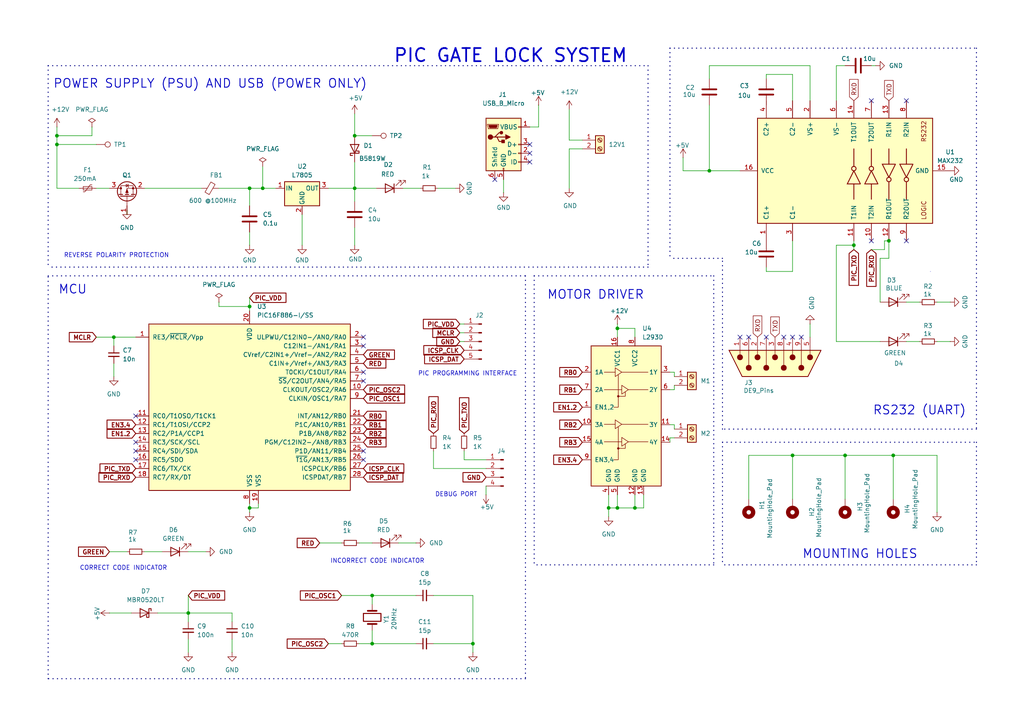
<source format=kicad_sch>
(kicad_sch (version 20250114) (generator "eeschema") (generator_version "9.0")
  (paper "A4")
  (title_block (title "PIC GATE LOCK SYSTEM") (date "2025-04-10") (rev "1.0") (company "https://github.com/tsokomalusi/"))
  (rectangle (start 207.01 159.385) (end 207.01 159.385))
  (rectangle (start 269.875 78.74) (end 269.875 78.74))
  (text "REVERSE POLARITY PROTECTION" (at 33.782 74.168 0) (effects (font (size 1.27 1.27))))
  (text "PIC PROGRAMMING INTERFACE" (at 135.636 108.458 0) (effects (font (size 1.27 1.27))))
  (text "MCU" (at 21.082 84.074 0) (effects (font (size 2.54 2.54) (thickness 0.254) (bold yes))))
  (text "DEBUG PORT" (at 132.334 143.51 0) (effects (font (size 1.27 1.27))))
  (text "RS232 (UART)" (at 266.7 119.126 0) (effects (font (size 2.54 2.54) (thickness 0.254) (bold yes))))
  (text "PIC GATE LOCK SYSTEM\n" (at 148.082 16.256 0) (effects (font (size 3.81 3.81) (thickness 0.508) (bold yes))))
  (text "MOTOR DRIVER " (at 173.736 85.598 0) (effects (font (size 2.54 2.54) (thickness 0.254) (bold yes))))
  (text "POWER SUPPLY (PSU) AND USB (POWER ONLY)" (at 60.96 24.384 0) (effects (font (size 2.54 2.54) (thickness 0.254) (bold yes))))
  (text "INCORRECT CODE INDICATOR" (at 109.474 162.814 0) (effects (font (size 1.27 1.27))))
  (text "MOUNTING HOLES" (at 249.428 160.782 0) (effects (font (size 2.54 2.54) (thickness 0.254) (bold yes))))
  (text "CORRECT CODE INDICATOR" (at 35.814 164.846 0) (effects (font (size 1.27 1.27))))
  (junction (at 16.51 39.37))
  (junction (at 102.87 54.61))
  (junction (at 245.11 132.08))
  (junction (at 205.74 49.53))
  (junction (at 107.95 172.72))
  (junction (at 259.08 132.08))
  (junction (at 102.87 39.37))
  (junction (at 176.53 147.32))
  (junction (at 107.95 186.69))
  (junction (at 257.81 69.85))
  (junction (at 54.61 177.8))
  (junction (at 179.07 95.25))
  (junction (at 16.51 41.91))
  (junction (at 247.65 71.12))
  (junction (at 76.2 54.61))
  (junction (at 137.16 186.69))
  (junction (at 72.39 88.9))
  (junction (at 72.39 54.61))
  (junction (at 33.02 97.79))
  (junction (at 184.15 147.32))
  (junction (at 229.87 132.08))
  (junction (at 179.07 147.32))
  (junction (at 72.39 147.32))
  (no_connect (at 232.41 97.79))
  (no_connect (at 229.87 97.79))
  (no_connect (at 105.41 133.35))
  (no_connect (at 214.63 97.79))
  (no_connect (at 262.89 69.85))
  (no_connect (at 153.67 44.45))
  (no_connect (at 227.33 97.79))
  (no_connect (at 217.17 97.79))
  (no_connect (at 105.41 100.33))
  (no_connect (at 105.41 97.79))
  (no_connect (at 143.51 52.07))
  (no_connect (at 39.37 130.81))
  (no_connect (at 252.73 69.85))
  (no_connect (at 153.67 41.91))
  (no_connect (at 153.67 46.99))
  (no_connect (at 105.41 110.49))
  (no_connect (at 222.25 97.79))
  (no_connect (at 39.37 128.27))
  (no_connect (at 39.37 120.65))
  (no_connect (at 105.41 107.95))
  (no_connect (at 105.41 130.81))
  (no_connect (at 39.37 133.35))
  (no_connect (at 262.89 29.21))
  (no_connect (at 252.73 29.21))
  (wire (pts (xy 195.58 127) (xy 194.31 127)))
  (wire (pts (xy 72.39 67.31) (xy 72.39 71.12)))
  (wire (pts (xy 205.74 19.05) (xy 234.95 19.05)))
  (wire (pts (xy 245.11 132.08) (xy 245.11 144.78)))
  (wire (pts (xy 16.51 41.91) (xy 16.51 54.61)))
  (wire (pts (xy 107.95 172.72) (xy 120.65 172.72)))
  (bus (pts (xy 283.21 163.83) (xy 209.55 163.83)) (stroke (width 0) (type dot)))
  (wire (pts (xy 195.58 113.03) (xy 195.58 111.76)))
  (wire (pts (xy 205.74 22.86) (xy 205.74 19.05)))
  (bus (pts (xy 209.55 124.46) (xy 209.55 74.93)) (stroke (width 0) (type dot)))
  (wire (pts (xy 165.1 40.64) (xy 168.91 40.64)))
  (wire (pts (xy 107.95 182.88) (xy 107.95 186.69)))
  (wire (pts (xy 234.95 93.98) (xy 234.95 97.79)))
  (bus (pts (xy 194.31 13.97) (xy 194.31 74.93)) (stroke (width 0) (type dot)))
  (bus (pts (xy 152.4 80.01) (xy 152.4 196.85)) (stroke (width 0) (type dot)))
  (wire (pts (xy 54.61 185.42) (xy 54.61 189.23)))
  (wire (pts (xy 137.16 186.69) (xy 137.16 189.23)))
  (wire (pts (xy 205.74 49.53) (xy 214.63 49.53)))
  (wire (pts (xy 63.5 54.61) (xy 72.39 54.61)))
  (wire (pts (xy 198.12 49.53) (xy 205.74 49.53)))
  (wire (pts (xy 242.57 71.12) (xy 247.65 71.12)))
  (wire (pts (xy 133.35 93.98) (xy 134.62 93.98)))
  (wire (pts (xy 67.31 185.42) (xy 67.31 189.23)))
  (wire (pts (xy 176.53 143.51) (xy 176.53 147.32)))
  (wire (pts (xy 99.06 172.72) (xy 107.95 172.72)))
  (wire (pts (xy 72.39 54.61) (xy 72.39 59.69)))
  (bus (pts (xy 207.01 163.83) (xy 154.94 163.83)) (stroke (width 0) (type dot)))
  (wire (pts (xy 222.25 21.59) (xy 229.87 21.59)))
  (wire (pts (xy 184.15 95.25) (xy 179.07 95.25)))
  (wire (pts (xy 255.27 74.93) (xy 255.27 87.63)))
  (wire (pts (xy 184.15 147.32) (xy 179.07 147.32)))
  (wire (pts (xy 104.14 157.48) (xy 107.95 157.48)))
  (wire (pts (xy 194.31 123.19) (xy 195.58 123.19)))
  (wire (pts (xy 87.63 62.23) (xy 87.63 71.12)))
  (wire (pts (xy 127 54.61) (xy 132.08 54.61)))
  (wire (pts (xy 107.95 172.72) (xy 107.95 175.26)))
  (wire (pts (xy 271.78 132.08) (xy 271.78 148.59)))
  (bus (pts (xy 187.96 77.47) (xy 13.97 77.47)) (stroke (width 0) (type dot)))
  (wire (pts (xy 179.07 93.98) (xy 179.07 95.25)))
  (bus (pts (xy 194.31 13.97) (xy 283.21 13.97)) (stroke (width 0) (type dot)))
  (wire (pts (xy 72.39 147.32) (xy 72.39 148.59)))
  (wire (pts (xy 194.31 127) (xy 194.31 128.27)))
  (wire (pts (xy 26.67 36.83) (xy 26.67 39.37)))
  (bus (pts (xy 154.94 80.01) (xy 154.94 163.83)) (stroke (width 0) (type dot)))
  (wire (pts (xy 102.87 46.99) (xy 102.87 54.61)))
  (wire (pts (xy 54.61 160.02) (xy 59.69 160.02)))
  (wire (pts (xy 271.78 87.63) (xy 275.59 87.63)))
  (wire (pts (xy 176.53 147.32) (xy 176.53 149.86)))
  (wire (pts (xy 33.02 105.41) (xy 33.02 109.22)))
  (bus (pts (xy 187.96 19.05) (xy 187.96 77.47)) (stroke (width 0) (type dot)))
  (wire (pts (xy 67.31 177.8) (xy 54.61 177.8)))
  (wire (pts (xy 229.87 132.08) (xy 245.11 132.08)))
  (wire (pts (xy 72.39 54.61) (xy 76.2 54.61)))
  (wire (pts (xy 234.95 29.21) (xy 234.95 19.05)))
  (wire (pts (xy 156.21 30.48) (xy 156.21 36.83)))
  (bus (pts (xy 283.21 128.27) (xy 283.21 163.83)) (stroke (width 0) (type dot)))
  (wire (pts (xy 74.93 147.32) (xy 72.39 147.32)))
  (wire (pts (xy 31.75 177.8) (xy 38.1 177.8)))
  (wire (pts (xy 140.97 143.51) (xy 140.97 140.97)))
  (wire (pts (xy 45.72 177.8) (xy 54.61 177.8)))
  (bus (pts (xy 283.21 13.97) (xy 283.21 124.46)) (stroke (width 0) (type dot)))
  (wire (pts (xy 257.81 74.93) (xy 255.27 74.93)))
  (wire (pts (xy 245.11 19.05) (xy 242.57 19.05)))
  (wire (pts (xy 125.73 130.81) (xy 125.73 135.89)))
  (wire (pts (xy 125.73 186.69) (xy 137.16 186.69)))
  (bus (pts (xy 13.97 80.01) (xy 152.4 80.01)) (stroke (width 0) (type dot)))
  (wire (pts (xy 257.81 69.85) (xy 257.81 74.93)))
  (wire (pts (xy 54.61 177.8) (xy 54.61 180.34)))
  (wire (pts (xy 229.87 78.74) (xy 229.87 69.85)))
  (bus (pts (xy 154.94 80.01) (xy 207.01 80.01)) (stroke (width 0) (type dot)))
  (wire (pts (xy 245.11 132.08) (xy 259.08 132.08)))
  (wire (pts (xy 27.94 54.61) (xy 31.75 54.61)))
  (wire (pts (xy 252.73 19.05) (xy 254 19.05)))
  (bus (pts (xy 209.55 74.93) (xy 194.31 74.93)) (stroke (width 0) (type dot)))
  (wire (pts (xy 262.89 87.63) (xy 266.7 87.63)))
  (wire (pts (xy 16.51 41.91) (xy 27.94 41.91)))
  (wire (pts (xy 222.25 30.48) (xy 222.25 29.21)))
  (wire (pts (xy 195.58 107.95) (xy 195.58 109.22)))
  (wire (pts (xy 125.73 172.72) (xy 137.16 172.72)))
  (wire (pts (xy 186.69 143.51) (xy 186.69 147.32)))
  (bus (pts (xy 13.97 196.85) (xy 13.97 80.01)) (stroke (width 0) (type dot)))
  (bus (pts (xy 209.55 128.27) (xy 283.21 128.27)) (stroke (width 0) (type dot)))
  (bus (pts (xy 283.21 124.46) (xy 209.55 124.46)) (stroke (width 0) (type dot)))
  (wire (pts (xy 107.95 186.69) (xy 120.65 186.69)))
  (wire (pts (xy 217.17 144.78) (xy 217.17 132.08)))
  (wire (pts (xy 195.58 123.19) (xy 195.58 124.46)))
  (wire (pts (xy 134.62 133.35) (xy 140.97 133.35)))
  (wire (pts (xy 256.54 72.39) (xy 256.54 69.85)))
  (wire (pts (xy 54.61 172.72) (xy 54.61 177.8)))
  (bus (pts (xy 152.4 196.85) (xy 13.97 196.85)) (stroke (width 0) (type dot)))
  (wire (pts (xy 72.39 146.05) (xy 72.39 147.32)))
  (wire (pts (xy 165.1 43.18) (xy 168.91 43.18)))
  (wire (pts (xy 247.65 71.12) (xy 247.65 69.85)))
  (wire (pts (xy 222.25 77.47) (xy 222.25 78.74)))
  (wire (pts (xy 252.73 72.39) (xy 256.54 72.39)))
  (wire (pts (xy 33.02 97.79) (xy 33.02 100.33)))
  (wire (pts (xy 133.35 96.52) (xy 134.62 96.52)))
  (wire (pts (xy 256.54 69.85) (xy 257.81 69.85)))
  (wire (pts (xy 99.06 186.69) (xy 95.25 186.69)))
  (wire (pts (xy 102.87 54.61) (xy 109.22 54.61)))
  (wire (pts (xy 229.87 132.08) (xy 229.87 144.78)))
  (wire (pts (xy 63.5 87.63) (xy 63.5 88.9)))
  (wire (pts (xy 115.57 157.48) (xy 120.65 157.48)))
  (wire (pts (xy 95.25 54.61) (xy 102.87 54.61)))
  (wire (pts (xy 146.05 52.07) (xy 146.05 55.88)))
  (bus (pts (xy 13.97 19.05) (xy 187.96 19.05)) (stroke (width 0) (type dot)))
  (wire (pts (xy 186.69 147.32) (xy 184.15 147.32)))
  (wire (pts (xy 92.71 157.48) (xy 99.06 157.48)))
  (wire (pts (xy 102.87 33.02) (xy 102.87 39.37)))
  (wire (pts (xy 125.73 135.89) (xy 140.97 135.89)))
  (wire (pts (xy 179.07 147.32) (xy 176.53 147.32)))
  (wire (pts (xy 242.57 99.06) (xy 242.57 71.12)))
  (wire (pts (xy 36.83 60.96) (xy 36.83 62.23)))
  (wire (pts (xy 222.25 22.86) (xy 222.25 21.59)))
  (wire (pts (xy 217.17 132.08) (xy 229.87 132.08)))
  (wire (pts (xy 153.67 36.83) (xy 156.21 36.83)))
  (wire (pts (xy 242.57 19.05) (xy 242.57 29.21)))
  (wire (pts (xy 165.1 31.75) (xy 165.1 40.64)))
  (wire (pts (xy 76.2 54.61) (xy 80.01 54.61)))
  (wire (pts (xy 27.94 97.79) (xy 33.02 97.79)))
  (wire (pts (xy 255.27 99.06) (xy 242.57 99.06)))
  (wire (pts (xy 271.78 99.06) (xy 275.59 99.06)))
  (wire (pts (xy 137.16 172.72) (xy 137.16 186.69)))
  (wire (pts (xy 102.87 66.04) (xy 102.87 71.12)))
  (wire (pts (xy 259.08 132.08) (xy 259.08 144.78)))
  (wire (pts (xy 102.87 54.61) (xy 102.87 58.42)))
  (wire (pts (xy 229.87 21.59) (xy 229.87 29.21)))
  (bus (pts (xy 13.97 19.05) (xy 13.97 77.47)) (stroke (width 0) (type dot)))
  (wire (pts (xy 184.15 143.51) (xy 184.15 147.32)))
  (wire (pts (xy 31.75 160.02) (xy 36.83 160.02)))
  (wire (pts (xy 198.12 45.72) (xy 198.12 49.53)))
  (wire (pts (xy 262.89 99.06) (xy 266.7 99.06)))
  (wire (pts (xy 74.93 146.05) (xy 74.93 147.32)))
  (wire (pts (xy 179.07 95.25) (xy 179.07 97.79)))
  (wire (pts (xy 67.31 180.34) (xy 67.31 177.8)))
  (wire (pts (xy 33.02 97.79) (xy 39.37 97.79)))
  (wire (pts (xy 205.74 30.48) (xy 205.74 49.53)))
  (wire (pts (xy 194.31 107.95) (xy 195.58 107.95)))
  (wire (pts (xy 247.65 72.39) (xy 247.65 71.12)))
  (wire (pts (xy 72.39 88.9) (xy 72.39 90.17)))
  (wire (pts (xy 259.08 132.08) (xy 271.78 132.08)))
  (wire (pts (xy 41.91 160.02) (xy 46.99 160.02)))
  (wire (pts (xy 134.62 130.81) (xy 134.62 133.35)))
  (wire (pts (xy 76.2 48.26) (xy 76.2 54.61)))
  (wire (pts (xy 165.1 54.61) (xy 165.1 43.18)))
  (wire (pts (xy 133.35 99.06) (xy 134.62 99.06)))
  (wire (pts (xy 104.14 186.69) (xy 107.95 186.69)))
  (wire (pts (xy 222.25 78.74) (xy 229.87 78.74)))
  (bus (pts (xy 209.55 128.27) (xy 209.55 163.83)) (stroke (width 0) (type dot)))
  (wire (pts (xy 194.31 113.03) (xy 195.58 113.03)))
  (bus (pts (xy 207.01 80.01) (xy 207.01 163.83)) (stroke (width 0) (type dot)))
  (wire (pts (xy 16.51 36.83) (xy 16.51 39.37)))
  (wire (pts (xy 184.15 97.79) (xy 184.15 95.25)))
  (wire (pts (xy 16.51 54.61) (xy 22.86 54.61)))
  (wire (pts (xy 41.91 54.61) (xy 58.42 54.61)))
  (wire (pts (xy 16.51 39.37) (xy 16.51 41.91)))
  (wire (pts (xy 116.84 54.61) (xy 121.92 54.61)))
  (wire (pts (xy 26.67 39.37) (xy 16.51 39.37)))
  (wire (pts (xy 179.07 143.51) (xy 179.07 147.32)))
  (wire (pts (xy 63.5 88.9) (xy 72.39 88.9)))
  (wire (pts (xy 72.39 86.36) (xy 72.39 88.9)))
  (wire (pts (xy 102.87 39.37) (xy 107.95 39.37)))
  (global_label "RB3" (shape input) (at 168.91 128.27 180) (effects (font (thickness 0.254) (bold yes))) (property "Intersheetrefs" "${INTERSHEET_REFS}" (effects (hide yes))))
  (global_label "PIC_VDD" (shape input) (at 72.39 86.36 0) (effects (font (thickness 0.254) (bold yes))) (property "Intersheetrefs" "${INTERSHEET_REFS}" (effects (hide yes))))
  (global_label "EN1.2" (shape input) (at 168.91 118.11 180) (effects (font (thickness 0.254) (bold yes))) (property "Intersheetrefs" "${INTERSHEET_REFS}" (effects (hide yes))))
  (global_label "EN3.4" (shape input) (at 168.91 133.35 180) (effects (font (thickness 0.254) (bold yes))) (property "Intersheetrefs" "${INTERSHEET_REFS}" (effects (hide yes))))
  (global_label "PIC_TXD" (shape input) (at 134.62 125.73 90) (effects (font (thickness 0.254) (bold yes))) (property "Intersheetrefs" "${INTERSHEET_REFS}" (effects (hide yes))))
  (global_label "RED" (shape input) (at 92.71 157.48 180) (effects (font (thickness 0.254) (bold yes))) (property "Intersheetrefs" "${INTERSHEET_REFS}" (effects (hide yes))))
  (global_label "PIC_VDD" (shape input) (at 133.35 93.98 180) (effects (font (thickness 0.254) (bold yes))) (property "Intersheetrefs" "${INTERSHEET_REFS}" (effects (hide yes))))
  (global_label "GREEN" (shape input) (at 31.75 160.02 180) (effects (font (thickness 0.254) (bold yes))) (property "Intersheetrefs" "${INTERSHEET_REFS}" (effects (hide yes))))
  (global_label "MCLR" (shape input) (at 27.94 97.79 180) (effects (font (thickness 0.254) (bold yes))) (property "Intersheetrefs" "${INTERSHEET_REFS}" (effects (hide yes))))
  (global_label "EN3.4" (shape input) (at 39.37 123.19 180) (effects (font (thickness 0.254) (bold yes))) (property "Intersheetrefs" "${INTERSHEET_REFS}" (effects (hide yes))))
  (global_label "MCLR" (shape input) (at 133.35 96.52 180) (effects (font (thickness 0.254) (bold yes))) (property "Intersheetrefs" "${INTERSHEET_REFS}" (effects (hide yes))))
  (global_label "RB0" (shape input) (at 105.41 120.65 0) (effects (font (thickness 0.254) (bold yes))) (property "Intersheetrefs" "${INTERSHEET_REFS}" (effects (hide yes))))
  (global_label "PIC_OSC1" (shape input) (at 99.06 172.72 180) (effects (font (thickness 0.254) (bold yes))) (property "Intersheetrefs" "${INTERSHEET_REFS}" (effects (hide yes))))
  (global_label "GND" (shape input) (at 140.97 138.43 180) (effects (font (thickness 0.254) (bold yes))) (property "Intersheetrefs" "${INTERSHEET_REFS}" (effects (hide yes))))
  (global_label "GND" (shape input) (at 133.35 99.06 180) (effects (font (thickness 0.254) (bold yes))) (property "Intersheetrefs" "${INTERSHEET_REFS}" (effects (hide yes))))
  (global_label "PIC_TXD" (shape input) (at 247.65 72.39 270) (effects (font (thickness 0.254) (bold yes))) (property "Intersheetrefs" "${INTERSHEET_REFS}" (effects (hide yes))))
  (global_label "PIC_RXD" (shape input) (at 39.37 138.43 180) (effects (font (thickness 0.254) (bold yes))) (property "Intersheetrefs" "${INTERSHEET_REFS}" (effects (hide yes))))
  (global_label "RB2" (shape input) (at 168.91 123.19 180) (effects (font (thickness 0.254) (bold yes))) (property "Intersheetrefs" "${INTERSHEET_REFS}" (effects (hide yes))))
  (global_label "GREEN" (shape input) (at 105.41 102.87 0) (effects (font (thickness 0.254) (bold yes))) (property "Intersheetrefs" "${INTERSHEET_REFS}" (effects (hide yes))))
  (global_label "RXD" (shape input) (at 247.65 29.21 90) (property "Intersheetrefs" "${INTERSHEET_REFS}" (effects (hide yes))))
  (global_label "PIC_OSC1" (shape input) (at 105.41 115.57 0) (effects (font (thickness 0.254) (bold yes))) (property "Intersheetrefs" "${INTERSHEET_REFS}" (effects (hide yes))))
  (global_label "PIC_TXD" (shape input) (at 39.37 135.89 180) (effects (font (thickness 0.254) (bold yes))) (property "Intersheetrefs" "${INTERSHEET_REFS}" (effects (hide yes))))
  (global_label "RXD" (shape input) (at 219.71 97.79 90) (property "Intersheetrefs" "${INTERSHEET_REFS}" (effects (hide yes))))
  (global_label "PIC_VDD" (shape input) (at 54.61 172.72 0) (effects (font (thickness 0.254) (bold yes))) (property "Intersheetrefs" "${INTERSHEET_REFS}" (effects (hide yes))))
  (global_label "PIC_OSC2" (shape input) (at 105.41 113.03 0) (effects (font (thickness 0.254) (bold yes))) (property "Intersheetrefs" "${INTERSHEET_REFS}" (effects (hide yes))))
  (global_label "PIC_RXD" (shape input) (at 125.73 125.73 90) (effects (font (thickness 0.254) (bold yes))) (property "Intersheetrefs" "${INTERSHEET_REFS}" (effects (hide yes))))
  (global_label "RB1" (shape input) (at 168.91 113.03 180) (effects (font (thickness 0.254) (bold yes))) (property "Intersheetrefs" "${INTERSHEET_REFS}" (effects (hide yes))))
  (global_label "TXD" (shape input) (at 257.81 29.21 90) (property "Intersheetrefs" "${INTERSHEET_REFS}" (effects (hide yes))))
  (global_label "ICSP_DAT" (shape input) (at 105.41 138.43 0) (effects (font (thickness 0.254) (bold yes))) (property "Intersheetrefs" "${INTERSHEET_REFS}" (effects (hide yes))))
  (global_label "PIC_OSC2" (shape input) (at 95.25 186.69 180) (effects (font (thickness 0.254) (bold yes))) (property "Intersheetrefs" "${INTERSHEET_REFS}" (effects (hide yes))))
  (global_label "RED" (shape input) (at 105.41 105.41 0) (effects (font (thickness 0.254) (bold yes))) (property "Intersheetrefs" "${INTERSHEET_REFS}" (effects (hide yes))))
  (global_label "ICSP_DAT" (shape input) (at 134.62 104.14 180) (effects (font (thickness 0.254) (bold yes))) (property "Intersheetrefs" "${INTERSHEET_REFS}" (effects (hide yes))))
  (global_label "RB1" (shape input) (at 105.41 123.19 0) (effects (font (thickness 0.254) (bold yes))) (property "Intersheetrefs" "${INTERSHEET_REFS}" (effects (hide yes))))
  (global_label "RB2" (shape input) (at 105.41 125.73 0) (effects (font (thickness 0.254) (bold yes))) (property "Intersheetrefs" "${INTERSHEET_REFS}" (effects (hide yes))))
  (global_label "PIC_RXD" (shape input) (at 252.73 72.39 270) (effects (font (thickness 0.254) (bold yes))) (property "Intersheetrefs" "${INTERSHEET_REFS}" (effects (hide yes))))
  (global_label "RB3" (shape input) (at 105.41 128.27 0) (effects (font (thickness 0.254) (bold yes))) (property "Intersheetrefs" "${INTERSHEET_REFS}" (effects (hide yes))))
  (global_label "TXD" (shape input) (at 224.79 97.79 90) (property "Intersheetrefs" "${INTERSHEET_REFS}" (effects (hide yes))))
  (global_label "ICSP_CLK" (shape input) (at 105.41 135.89 0) (effects (font (thickness 0.254) (bold yes))) (property "Intersheetrefs" "${INTERSHEET_REFS}" (effects (hide yes))))
  (global_label "EN1.2" (shape input) (at 39.37 125.73 180) (effects (font (thickness 0.254) (bold yes))) (property "Intersheetrefs" "${INTERSHEET_REFS}" (effects (hide yes))))
  (global_label "RB0" (shape input) (at 168.91 107.95 180) (effects (font (thickness 0.254) (bold yes))) (property "Intersheetrefs" "${INTERSHEET_REFS}" (effects (hide yes))))
  (global_label "ICSP_CLK" (shape input) (at 134.62 101.6 180) (effects (font (thickness 0.254) (bold yes))) (property "Intersheetrefs" "${INTERSHEET_REFS}" (effects (hide yes))))
  (symbol (lib_id "Device:LED") (at 259.08 99.06 180) (unit 1)
    (property "Reference" "D4" (at 260.6675 105.41 0))
    (property "Value" "GREEN" (at 259.588 102.362 0))
    (property "Footprint" "LED_SMD:LED_0603_1608Metric" (effects (hide yes)))
    (property "Description" "Light emitting diode" (effects (hide yes)))
    (property "Sim.Pins" "1=K 2=A" (effects (hide yes)))
  )
  (symbol (lib_id "Mechanical:MountingHole_Pad") (at 229.87 147.32 180) (unit 1) (exclude_from_sim yes) (in_bom no)
    (property "Reference" "H2" (at 235.458 149.86 90) (effects (justify right)))
    (property "Value" "MountingHole_Pad" (at 237.49 155.956 90) (effects (justify right)))
    (property "Footprint" "MountingHole:MountingHole_4.3mm_M4_Pad_Via" (effects (hide yes)))
    (property "Description" "Mounting Hole with connection" (effects (hide yes)))
  )
  (symbol (lib_id "Device:C") (at 248.92 19.05 90) (unit 1)
    (property "Reference" "C1" (at 245.364 17.018 90))
    (property "Value" "10u" (at 252.222 17.018 90))
    (property "Footprint" "Capacitor_SMD:C_0603_1608Metric" (effects (hide yes)))
    (property "Description" "Unpolarized capacitor" (effects (hide yes)))
  )
  (symbol (lib_id "Device:C_Small") (at 54.61 182.88 0) (unit 1)
    (property "Reference" "C9" (at 57.15 181.6162 0) (effects (justify left)))
    (property "Value" "100n" (at 57.15 184.1562 0) (effects (justify left)))
    (property "Footprint" "Capacitor_SMD:C_0402_1005Metric" (effects (hide yes)))
    (property "Description" "Unpolarized capacitor, small symbol" (effects (hide yes)))
  )
  (symbol (lib_id "power:GND") (at 275.59 49.53 90) (unit 1)
    (property "Reference" "#PWR07" (effects (hide yes)))
    (property "Value" "GND" (at 275.336 52.07 90) (effects (justify right)))
    (property "Description" "Power symbol creates a global label with name \"GND\" , ground" (effects (hide yes)))
  )
  (symbol (lib_id "Device:C_Small") (at 123.19 172.72 90) (unit 1)
    (property "Reference" "C8" (at 123.1963 166.37 90))
    (property "Value" "15p" (at 123.1963 168.91 90))
    (property "Footprint" "Capacitor_SMD:C_0402_1005Metric" (effects (hide yes)))
    (property "Description" "Unpolarized capacitor, small symbol" (effects (hide yes)))
  )
  (symbol (lib_id "power:GND") (at 132.08 54.61 90) (unit 1)
    (property "Reference" "#PWR08" (effects (hide yes)))
    (property "Value" "GND" (at 136.144 54.61 0))
    (property "Description" "Power symbol creates a global label with name \"GND\" , ground" (effects (hide yes)))
  )
  (symbol (lib_id "power:+12V") (at 16.51 36.83 0) (unit 1)
    (property "Reference" "#PWR04" (effects (hide yes)))
    (property "Value" "+12V" (at 17.526 31.75 0))
    (property "Description" "Power symbol creates a global label with name \"+12V\"" (effects (hide yes)))
  )
  (symbol (lib_id "power:GND") (at 254 19.05 90) (unit 1)
    (property "Reference" "#PWR01" (effects (hide yes)))
    (property "Value" "GND" (at 257.81 19.0499 90) (effects (justify right)))
    (property "Description" "Power symbol creates a global label with name \"GND\" , ground" (effects (hide yes)))
  )
  (symbol (lib_id "Device:R_Small") (at 269.24 99.06 90) (unit 1)
    (property "Reference" "R3" (at 270.51 94.488 90) (effects (justify left)))
    (property "Value" "1k" (at 270.256 96.774 90) (effects (justify left)))
    (property "Footprint" "Resistor_SMD:R_0402_1005Metric" (effects (hide yes)))
    (property "Description" "Resistor, small symbol" (effects (hide yes)))
  )
  (symbol (lib_id "Mechanical:MountingHole_Pad") (at 245.11 147.32 180) (unit 1) (exclude_from_sim yes) (in_bom no)
    (property "Reference" "H3" (at 249.428 148.336 90) (effects (justify right)))
    (property "Value" "MountingHole_Pad" (at 251.46 154.686 90) (effects (justify right)))
    (property "Footprint" "MountingHole:MountingHole_4.3mm_M4_Pad_Via" (effects (hide yes)))
    (property "Description" "Mounting Hole with connection" (effects (hide yes)))
  )
  (symbol (lib_id "Device:LED") (at 111.76 157.48 180) (unit 1)
    (property "Reference" "D5" (at 111.252 151.13 0))
    (property "Value" "RED" (at 111.252 153.67 0))
    (property "Footprint" "LED_SMD:LED_0603_1608Metric" (effects (hide yes)))
    (property "Description" "Light emitting diode" (effects (hide yes)))
    (property "Sim.Pins" "1=K 2=A" (effects (hide yes)))
  )
  (symbol (lib_id "power:GND") (at 36.83 60.96 0) (unit 1)
    (property "Reference" "#PWR011" (effects (hide yes)))
    (property "Value" "GND" (at 36.83 66.04 0))
    (property "Description" "Power symbol creates a global label with name \"GND\" , ground" (effects (hide yes)))
  )
  (symbol (lib_id "Device:R_Small") (at 101.6 157.48 90) (unit 1)
    (property "Reference" "R6" (at 102.108 151.892 90) (effects (justify left)))
    (property "Value" "1k" (at 101.854 153.924 90) (effects (justify left)))
    (property "Footprint" "Resistor_SMD:R_0402_1005Metric" (effects (hide yes)))
    (property "Description" "Resistor, small symbol" (effects (hide yes)))
  )
  (symbol (lib_id "power:+12V") (at 165.1 31.75 0) (unit 1)
    (property "Reference" "#PWR03" (effects (hide yes)))
    (property "Value" "+12V" (at 165.1 26.67 0))
    (property "Description" "Power symbol creates a global label with name \"+12V\"" (effects (hide yes)))
  )
  (symbol (lib_id "power:+5V") (at 198.12 45.72 0) (unit 1)
    (property "Reference" "#PWR06" (effects (hide yes)))
    (property "Value" "+5V" (at 197.866 42.164 0))
    (property "Description" "Power symbol creates a global label with name \"+5V\"" (effects (hide yes)))
  )
  (symbol (lib_id "Mechanical:MountingHole_Pad") (at 217.17 147.32 180) (unit 1) (exclude_from_sim yes) (in_bom no)
    (property "Reference" "H1" (at 220.98 147.828 90) (effects (justify right)))
    (property "Value" "MountingHole_Pad" (at 223.266 156.21 90) (effects (justify right)))
    (property "Footprint" "MountingHole:MountingHole_4.3mm_M4_Pad_Via" (effects (hide yes)))
    (property "Description" "Mounting Hole with connection" (effects (hide yes)))
  )
  (symbol (lib_id "power:GND") (at 33.02 109.22 0) (unit 1)
    (property "Reference" "#PWR019" (effects (hide yes)))
    (property "Value" "GND" (at 33.02 114.3 0))
    (property "Description" "Power symbol creates a global label with name \"GND\" , ground" (effects (hide yes)))
  )
  (symbol (lib_id "power:+5V") (at 31.75 177.8 90) (unit 1)
    (property "Reference" "#PWR026" (effects (hide yes)))
    (property "Value" "+5V" (at 28.194 178.054 0))
    (property "Description" "Power symbol creates a global label with name \"+5V\"" (effects (hide yes)))
  )
  (symbol (lib_id "Device:Polyfuse_Small") (at 25.4 54.61 90) (unit 1)
    (property "Reference" "F1" (at 25.4 49.276 90))
    (property "Value" "250mA" (at 27.94 51.816 90) (effects (justify left)))
    (property "Footprint" "Fuse:Fuse_1206_3216Metric" (effects (hide yes)))
    (property "Description" "Resettable fuse, polymeric positive temperature coefficient, small symbol" (effects (hide yes)))
  )
  (symbol (lib_id "power:+12V") (at 179.07 93.98 0) (unit 1)
    (property "Reference" "#PWR016" (effects (hide yes)))
    (property "Value" "+12V" (at 179.578 90.17 0))
    (property "Description" "Power symbol creates a global label with name \"+12V\"" (effects (hide yes)))
  )
  (symbol (lib_id "Device:R_Small") (at 124.46 54.61 90) (unit 1)
    (property "Reference" "R1" (at 125.222 48.514 90) (effects (justify left)))
    (property "Value" "1k" (at 124.714 51.054 90) (effects (justify left)))
    (property "Footprint" "Resistor_SMD:R_0402_1005Metric" (effects (hide yes)))
    (property "Description" "Resistor, small symbol" (effects (hide yes)))
  )
  (symbol (lib_id "Device:C_Small") (at 67.31 182.88 0) (unit 1)
    (property "Reference" "C10" (at 69.85 181.6162 0) (effects (justify left)))
    (property "Value" "10n" (at 69.85 184.1562 0) (effects (justify left)))
    (property "Footprint" "Capacitor_SMD:C_0402_1005Metric" (effects (hide yes)))
    (property "Description" "Unpolarized capacitor, small symbol" (effects (hide yes)))
  )
  (symbol (lib_id "power:GND") (at 146.05 55.88 0) (unit 1)
    (property "Reference" "#PWR010" (effects (hide yes)))
    (property "Value" "GND" (at 146.05 60.198 0))
    (property "Description" "Power symbol creates a global label with name \"GND\" , ground" (effects (hide yes)))
  )
  (symbol (lib_id "Connector:Conn_01x04_Pin") (at 146.05 135.89 0) (mirror y) (unit 1)
    (property "Reference" "J4" (at 145.415 130.81 0))
    (property "Value" "Conn_01x04_Pin" (effects (hide yes)))
    (property "Footprint" "Connector_PinHeader_2.54mm:PinHeader_1x04_P2.54mm_Vertical" (effects (hide yes)))
    (property "Description" "Generic connector, single row, 01x04, script generated" (effects (hide yes)))
  )
  (symbol (lib_id "power:PWR_FLAG") (at 63.5 87.63 0) (unit 1)
    (property "Reference" "#FLG03" (effects (hide yes)))
    (property "Value" "PWR_FLAG" (at 63.5 82.55 0))
    (property "Description" "Special symbol for telling ERC where power comes from" (effects (hide yes)))
  )
  (symbol (lib_id "Connector:USB_B_Micro") (at 146.05 41.91 0) (unit 1)
    (property "Reference" "J1" (at 145.796 27.432 0))
    (property "Value" "USB_B_Micro" (at 146.05 29.972 0))
    (property "Footprint" "Connector_USB:USB_Micro-B_Wuerth_629105150521" (effects (hide yes)))
    (property "Description" "USB Micro Type B connector" (effects (hide yes)))
  )
  (symbol (lib_id "Device:C") (at 222.25 73.66 0) (unit 1)
    (property "Reference" "C6" (at 219.456 70.612 0))
    (property "Value" "10u" (at 217.932 73.152 0))
    (property "Footprint" "Capacitor_SMD:C_0603_1608Metric" (effects (hide yes)))
    (property "Description" "Unpolarized capacitor" (effects (hide yes)))
  )
  (symbol (lib_id "power:GND") (at 165.1 54.61 0) (unit 1)
    (property "Reference" "#PWR09" (effects (hide yes)))
    (property "Value" "GND" (at 165.354 59.69 0))
    (property "Description" "Power symbol creates a global label with name \"GND\" , ground" (effects (hide yes)))
  )
  (symbol (lib_id "power:GND") (at 234.95 93.98 180) (unit 1)
    (property "Reference" "#PWR017" (effects (hide yes)))
    (property "Value" "GND" (at 235.458 89.916 90) (effects (justify right)))
    (property "Description" "Power symbol creates a global label with name \"GND\" , ground" (effects (hide yes)))
  )
  (symbol (lib_id "MCU_Microchip_PIC16:PIC16F886-IP") (at 72.39 118.11 0) (unit 1)
    (property "Reference" "U3" (at 74.5333 88.9 0) (effects (justify left)))
    (property "Value" "PIC16F886-I/SS" (at 74.5333 91.44 0) (effects (justify left)))
    (property "Footprint" "Package_SO:SSOP28_MC_MCH" (effects (hide yes)))
    (property "Datasheet" "http://ww1.microchip.com/downloads/en/DeviceDoc/41291D.pdf" (effects (hide yes)))
    (property "Description" "8K Flash, 256B SRAM, 256B EEPROM, XLP, DIP28" (effects (hide yes)))
  )
  (symbol (lib_id "Device:C") (at 72.39 63.5 0) (unit 1)
    (property "Reference" "C5" (at 76.2 62.2299 0) (effects (justify left)))
    (property "Value" "0.1u" (at 76.2 64.7699 0) (effects (justify left)))
    (property "Footprint" "Capacitor_SMD:C_1206_3216Metric" (effects (hide yes)))
    (property "Description" "Unpolarized capacitor" (effects (hide yes)))
  )
  (symbol (lib_id "power:+5V") (at 156.21 30.48 0) (unit 1)
    (property "Reference" "#PWR02" (effects (hide yes)))
    (property "Value" "+5V" (at 155.956 26.924 0))
    (property "Description" "Power symbol creates a global label with name \"+5V\"" (effects (hide yes)))
  )
  (symbol (lib_id "Device:C_Small") (at 123.19 186.69 90) (unit 1)
    (property "Reference" "C11" (at 123.1963 180.34 90))
    (property "Value" "15p" (at 123.1963 182.88 90))
    (property "Footprint" "Capacitor_SMD:C_0402_1005Metric" (effects (hide yes)))
    (property "Description" "Unpolarized capacitor, small symbol" (effects (hide yes)))
  )
  (symbol (lib_id "Device:C") (at 222.25 26.67 180) (unit 1)
    (property "Reference" "C3" (at 215.9 24.892 0))
    (property "Value" "10u" (at 215.9 27.686 0))
    (property "Footprint" "Capacitor_SMD:C_0603_1608Metric" (effects (hide yes)))
    (property "Description" "Unpolarized capacitor" (effects (hide yes)))
  )
  (symbol (lib_id "Connector:Screw_Terminal_01x02") (at 200.66 124.46 0) (unit 1)
    (property "Reference" "M2" (at 203.2 125.7299 0) (effects (justify left)))
    (property "Value" "Screw_Terminal_01x02" (effects (hide yes)))
    (property "Footprint" "Connector_TE-Connectivity:691137710002" (effects (hide yes)))
    (property "Description" "Generic screw terminal, single row, 01x02, script generated (kicad-library-utils/schlib/autogen/connector/)" (effects (hide yes)))
  )
  (symbol (lib_id "Device:R_Small") (at 125.73 128.27 180) (unit 1)
    (property "Reference" "R4" (at 128.27 126.9999 0) (effects (justify right)))
    (property "Value" "1K" (at 128.27 129.5399 0) (effects (justify right)))
    (property "Footprint" "Resistor_SMD:R_0402_1005Metric" (effects (hide yes)))
    (property "Description" "Resistor, small symbol" (effects (hide yes)))
  )
  (symbol (lib_id "power:GND") (at 59.69 160.02 90) (unit 1)
    (property "Reference" "#PWR025" (effects (hide yes)))
    (property "Value" "GND" (at 63.5 160.0199 90) (effects (justify right)))
    (property "Description" "Power symbol creates a global label with name \"GND\" , ground" (effects (hide yes)))
  )
  (symbol (lib_id "power:PWR_FLAG") (at 76.2 48.26 0) (unit 1)
    (property "Reference" "#FLG02" (effects (hide yes)))
    (property "Value" "PWR_FLAG" (at 76.2 43.18 0))
    (property "Description" "Special symbol for telling ERC where power comes from" (effects (hide yes)))
  )
  (symbol (lib_id "Device:C") (at 102.87 62.23 0) (unit 1)
    (property "Reference" "C4" (at 106.68 60.9599 0) (effects (justify left)))
    (property "Value" "10u" (at 106.68 63.4999 0) (effects (justify left)))
    (property "Footprint" "Capacitor_SMD:C_1206_3216Metric" (effects (hide yes)))
    (property "Description" "Unpolarized capacitor" (effects (hide yes)))
  )
  (symbol (lib_id "Device:LED") (at 113.03 54.61 180) (unit 1)
    (property "Reference" "D2" (at 111.252 47.752 0) (effects (justify right)))
    (property "Value" "RED" (at 110.49 50.546 0) (effects (justify right)))
    (property "Footprint" "LED_SMD:LED_0603_1608Metric" (effects (hide yes)))
    (property "Description" "Light emitting diode" (effects (hide yes)))
    (property "Sim.Pins" "1=K 2=A" (effects (hide yes)))
  )
  (symbol (lib_id "Device:R_Small") (at 101.6 186.69 90) (unit 1)
    (property "Reference" "R8" (at 101.6 181.61 90))
    (property "Value" "470R" (at 101.6 184.15 90))
    (property "Footprint" "Resistor_SMD:R_0402_1005Metric" (effects (hide yes)))
    (property "Description" "Resistor, small symbol" (effects (hide yes)))
  )
  (symbol (lib_id "Device:R_Small") (at 134.62 128.27 180) (unit 1)
    (property "Reference" "R5" (at 137.16 126.9999 0) (effects (justify right)))
    (property "Value" "1K" (at 137.16 129.5399 0) (effects (justify right)))
    (property "Footprint" "Resistor_SMD:R_0402_1005Metric" (effects (hide yes)))
    (property "Description" "Resistor, small symbol" (effects (hide yes)))
  )
  (symbol (lib_id "Connector:TestPoint") (at 27.94 41.91 270) (unit 1)
    (property "Reference" "TP1" (at 33.02 41.9099 90) (effects (justify left)))
    (property "Value" "TestPoint" (effects (hide yes)))
    (property "Footprint" "TestPoint:TestPoint_Pad_D2.5mm" (effects (hide yes)))
    (property "Description" "test point" (effects (hide yes)))
  )
  (symbol (lib_id "Connector:TestPoint") (at 107.95 39.37 270) (unit 1)
    (property "Reference" "TP2" (at 113.03 39.3699 90) (effects (justify left)))
    (property "Value" "TestPoint" (effects (hide yes)))
    (property "Footprint" "TestPoint:TestPoint_Pad_D2.5mm" (effects (hide yes)))
    (property "Description" "test point" (effects (hide yes)))
  )
  (symbol (lib_id "Interface_UART:MAX232") (at 245.11 49.53 90) (unit 1)
    (property "Reference" "U1" (at 275.59 44.0846 90))
    (property "Value" "MAX232" (at 275.59 46.6246 90))
    (property "Footprint" "Package_SO:SOIC127P600X175-16N" (effects (hide yes)))
    (property "Datasheet" "http://www.ti.com/lit/ds/symlink/max232.pdf" (effects (hide yes)))
    (property "Description" "Dual RS232 driver/receiver, 5V supply, 120kb/s, 0C-70C" (effects (hide yes)))
  )
  (symbol (lib_id "Mechanical:MountingHole_Pad") (at 259.08 147.32 180) (unit 1) (exclude_from_sim yes) (in_bom no)
    (property "Reference" "H4" (at 263.144 147.574 90))
    (property "Value" "MountingHole_Pad" (at 265.43 144.78 90))
    (property "Footprint" "MountingHole:MountingHole_4.3mm_M4_Pad_Via" (effects (hide yes)))
    (property "Description" "Mounting Hole with connection" (effects (hide yes)))
  )
  (symbol (lib_id "Device:LED") (at 50.8 160.02 180) (unit 1)
    (property "Reference" "D6" (at 50.292 153.67 0))
    (property "Value" "GREEN" (at 50.292 156.21 0))
    (property "Footprint" "LED_SMD:LED_0603_1608Metric" (effects (hide yes)))
    (property "Description" "Light emitting diode" (effects (hide yes)))
    (property "Sim.Pins" "1=K 2=A" (effects (hide yes)))
  )
  (symbol (lib_id "Device:LED") (at 259.08 87.63 180) (unit 1)
    (property "Reference" "D3" (at 258.572 81.28 0))
    (property "Value" "BLUE" (at 259.334 83.566 0))
    (property "Footprint" "LED_SMD:LED_0603_1608Metric" (effects (hide yes)))
    (property "Description" "Light emitting diode" (effects (hide yes)))
    (property "Sim.Pins" "1=K 2=A" (effects (hide yes)))
  )
  (symbol (lib_id "Device:D_Schottky") (at 102.87 43.18 90) (unit 1)
    (property "Reference" "D1" (at 105.41 42.2274 90) (effects (justify right)))
    (property "Value" "B5819W" (at 104.14 45.974 90) (effects (justify right)))
    (property "Footprint" "Diode_SMD:D_SOD-123" (effects (hide yes)))
    (property "Description" "Schottky diode" (effects (hide yes)))
  )
  (symbol (lib_id "power:GND") (at 137.16 189.23 0) (unit 1)
    (property "Reference" "#PWR029" (effects (hide yes)))
    (property "Value" "GND" (at 137.16 194.31 0))
    (property "Description" "Power symbol creates a global label with name \"GND\" , ground" (effects (hide yes)))
  )
  (symbol (lib_id "Device:FerriteBead_Small") (at 60.96 54.61 90) (unit 1)
    (property "Reference" "FB1" (at 62.738 50.8 90))
    (property "Value" "600 @100MHz" (at 61.722 58.166 90))
    (property "Footprint" "Inductor_SMD:L_0805_2012Metric" (effects (hide yes)))
    (property "Description" "Ferrite bead, small symbol" (effects (hide yes)))
  )
  (symbol (lib_id "power:GND") (at 120.65 157.48 90) (unit 1)
    (property "Reference" "#PWR024" (effects (hide yes)))
    (property "Value" "GND" (at 124.46 157.4799 90) (effects (justify right)))
    (property "Description" "Power symbol creates a global label with name \"GND\" , ground" (effects (hide yes)))
  )
  (symbol (lib_id "power:GND") (at 275.59 87.63 90) (unit 1)
    (property "Reference" "#PWR015" (effects (hide yes)))
    (property "Value" "GND" (at 279.908 87.63 0))
    (property "Description" "Power symbol creates a global label with name \"GND\" , ground" (effects (hide yes)))
  )
  (symbol (lib_id "power:PWR_FLAG") (at 26.67 36.83 0) (unit 1)
    (property "Reference" "#FLG01" (effects (hide yes)))
    (property "Value" "PWR_FLAG" (at 26.67 31.75 0))
    (property "Description" "Special symbol for telling ERC where power comes from" (effects (hide yes)))
  )
  (symbol (lib_id "power:GND") (at 102.87 71.12 0) (unit 1)
    (property "Reference" "#PWR014" (effects (hide yes)))
    (property "Value" "GND" (at 103.124 75.184 0))
    (property "Description" "Power symbol creates a global label with name \"GND\" , ground" (effects (hide yes)))
  )
  (symbol (lib_id "Connector:DE9_Pins") (at 224.79 105.41 270) (unit 1)
    (property "Reference" "J3" (at 215.9 110.998 90) (effects (justify left)))
    (property "Value" "DE9_Pins" (at 215.646 113.284 90) (effects (justify left)))
    (property "Footprint" "Connector_Dsub:A-DF_09_A_KG-T4S" (effects (hide yes)))
    (property "Description" "9-pin D-SUB connector, pins (male)" (effects (hide yes)))
  )
  (symbol (lib_id "Connector:Conn_01x05_Pin") (at 139.7 99.06 0) (mirror y) (unit 1)
    (property "Reference" "J2" (at 139.065 91.44 0))
    (property "Value" "Conn_01x05_Pin" (effects (hide yes)))
    (property "Footprint" "Connector_PinHeader_2.54mm:PinHeader_1x05_P2.54mm_Vertical" (effects (hide yes)))
    (property "Description" "Generic connector, single row, 01x05, script generated" (effects (hide yes)))
  )
  (symbol (lib_id "power:GND") (at 72.39 71.12 0) (unit 1)
    (property "Reference" "#PWR012" (effects (hide yes)))
    (property "Value" "GND" (at 72.39 75.438 0))
    (property "Description" "Power symbol creates a global label with name \"GND\" , ground" (effects (hide yes)))
  )
  (symbol (lib_id "Device:Crystal") (at 107.95 179.07 90) (unit 1)
    (property "Reference" "Y1" (at 112.014 178.308 0) (effects (justify right)))
    (property "Value" "20MHz" (at 114.3 176.276 0) (effects (justify right)))
    (property "Footprint" "Connector_Dsub:XTAL_HC49P488W46L1150T500H350" (effects (hide yes)))
    (property "Description" "Two pin crystal" (effects (hide yes)))
  )
  (symbol (lib_id "Transistor_FET:AO3401A") (at 36.83 57.15 90) (unit 1)
    (property "Reference" "Q1" (at 36.83 50.8 90))
    (property "Value" "AO3401A" (effects (hide yes)))
    (property "Footprint" "Package_TO_SOT_SMD:SOT-23" (effects (hide yes)))
    (property "Datasheet" "http://www.aosmd.com/pdfs/datasheet/AO3401A.pdf" (effects (hide yes)))
    (property "Description" "-4.0A Id, -30V Vds, P-Channel MOSFET, SOT-23" (effects (hide yes)))
  )
  (symbol (lib_id "power:GND") (at 54.61 189.23 0) (unit 1)
    (property "Reference" "#PWR027" (effects (hide yes)))
    (property "Value" "GND" (at 54.61 194.31 0))
    (property "Description" "Power symbol creates a global label with name \"GND\" , ground" (effects (hide yes)))
  )
  (symbol (lib_id "Connector:Screw_Terminal_01x02") (at 200.66 109.22 0) (unit 1)
    (property "Reference" "M1" (at 203.2 110.4899 0) (effects (justify left)))
    (property "Value" "Screw_Terminal_01x02" (effects (hide yes)))
    (property "Footprint" "Connector_TE-Connectivity:691137710002" (effects (hide yes)))
    (property "Description" "Generic screw terminal, single row, 01x02, script generated (kicad-library-utils/schlib/autogen/connector/)" (effects (hide yes)))
  )
  (symbol (lib_id "Diode:MBR0520LT") (at 41.91 177.8 0) (mirror y) (unit 1)
    (property "Reference" "D7" (at 42.2275 171.45 0))
    (property "Value" "MBR0520LT" (at 42.2275 173.99 0))
    (property "Footprint" "Diode_SMD:D_SOD-123" (effects (hide yes)))
    (property "Datasheet" "http://www.onsemi.com/pub_link/Collateral/MBR0520LT1-D.PDF" (effects (hide yes)))
    (property "Description" "20V 0.5A Schottky Power Rectifier Diode, SOD-123" (effects (hide yes)))
  )
  (symbol (lib_id "power:+5V") (at 140.97 143.51 180) (unit 1)
    (property "Reference" "#PWR020" (effects (hide yes)))
    (property "Value" "+5V" (at 141.224 147.066 0))
    (property "Description" "Power symbol creates a global label with name \"+5V\"" (effects (hide yes)))
  )
  (symbol (lib_id "Device:C_Small") (at 33.02 102.87 0) (unit 1)
    (property "Reference" "C7" (at 35.56 101.6062 0) (effects (justify left)))
    (property "Value" "10n" (at 35.56 104.1462 0) (effects (justify left)))
    (property "Footprint" "Capacitor_SMD:C_0402_1005Metric" (effects (hide yes)))
    (property "Description" "Unpolarized capacitor, small symbol" (effects (hide yes)))
  )
  (symbol (lib_id "Device:R_Small") (at 269.24 87.63 90) (unit 1)
    (property "Reference" "R2" (at 270.51 83.058 90) (effects (justify left)))
    (property "Value" "1k" (at 270.256 85.344 90) (effects (justify left)))
    (property "Footprint" "Resistor_SMD:R_0402_1005Metric" (effects (hide yes)))
    (property "Description" "Resistor, small symbol" (effects (hide yes)))
  )
  (symbol (lib_id "Device:R_Small") (at 39.37 160.02 90) (unit 1)
    (property "Reference" "R7" (at 39.878 154.432 90) (effects (justify left)))
    (property "Value" "1k" (at 39.624 156.464 90) (effects (justify left)))
    (property "Footprint" "Resistor_SMD:R_0402_1005Metric" (effects (hide yes)))
    (property "Description" "Resistor, small symbol" (effects (hide yes)))
  )
  (symbol (lib_id "Regulator_Linear:L7805") (at 87.63 54.61 0) (unit 1)
    (property "Reference" "U2" (at 87.63 48.26 0))
    (property "Value" "L7805" (at 87.63 50.8 0))
    (property "Footprint" "Package_TO_SOT_SMD:SOT-223" (effects (hide yes)))
    (property "Datasheet" "http://www.st.com/content/ccc/resource/technical/document/datasheet/41/4f/b3/b0/12/d4/47/88/CD00000444.pdf/files/CD00000444.pdf/jcr:content/translations/en.CD00000444.pdf" (effects (hide yes)))
    (property "Description" "Positive 1.5A 35V Linear Regulator, Fixed Output 5V, TO-220/TO-263/TO-252" (effects (hide yes)))
  )
  (symbol (lib_id "power:GND") (at 275.59 99.06 90) (unit 1)
    (property "Reference" "#PWR018" (effects (hide yes)))
    (property "Value" "GND" (at 279.908 99.06 0))
    (property "Description" "Power symbol creates a global label with name \"GND\" , ground" (effects (hide yes)))
  )
  (symbol (lib_id "power:GND") (at 271.78 148.59 0) (unit 1)
    (property "Reference" "#PWR022" (effects (hide yes)))
    (property "Value" "GND" (at 271.78 153.67 0))
    (property "Description" "Power symbol creates a global label with name \"GND\" , ground" (effects (hide yes)))
  )
  (symbol (lib_id "Device:C") (at 205.74 26.67 180) (unit 1)
    (property "Reference" "C2" (at 200.152 25.4 0))
    (property "Value" "10u" (at 199.898 27.432 0))
    (property "Footprint" "Capacitor_SMD:C_0603_1608Metric" (effects (hide yes)))
    (property "Description" "Unpolarized capacitor" (effects (hide yes)))
  )
  (symbol (lib_id "power:GND") (at 67.31 189.23 0) (unit 1)
    (property "Reference" "#PWR028" (effects (hide yes)))
    (property "Value" "GND" (at 67.31 194.31 0))
    (property "Description" "Power symbol creates a global label with name \"GND\" , ground" (effects (hide yes)))
  )
  (symbol (lib_id "Driver_Motor:L293D") (at 181.61 123.19 0) (unit 1)
    (property "Reference" "U4" (at 186.2933 95.25 0) (effects (justify left)))
    (property "Value" "L293D" (at 186.2933 97.79 0) (effects (justify left)))
    (property "Footprint" "Package_SO:SOIC127P1032X265-20N" (effects (hide yes)))
    (property "Datasheet" "http://www.ti.com/lit/ds/symlink/l293.pdf" (effects (hide yes)))
    (property "Description" "Quadruple Half-H Drivers" (effects (hide yes)))
  )
  (symbol (lib_id "power:GND") (at 176.53 149.86 0) (unit 1)
    (property "Reference" "#PWR023" (effects (hide yes)))
    (property "Value" "GND" (at 176.53 154.94 0))
    (property "Description" "Power symbol creates a global label with name \"GND\" , ground" (effects (hide yes)))
  )
  (symbol (lib_id "power:GND") (at 87.63 71.12 0) (unit 1)
    (property "Reference" "#PWR013" (effects (hide yes)))
    (property "Value" "GND" (at 87.63 75.438 0))
    (property "Description" "Power symbol creates a global label with name \"GND\" , ground" (effects (hide yes)))
  )
  (symbol (lib_id "power:GND") (at 72.39 148.59 0) (unit 1)
    (property "Reference" "#PWR021" (effects (hide yes)))
    (property "Value" "GND" (at 72.39 153.67 0))
    (property "Description" "Power symbol creates a global label with name \"GND\" , ground" (effects (hide yes)))
  )
  (symbol (lib_id "power:+5V") (at 102.87 33.02 0) (unit 1)
    (property "Reference" "#PWR05" (effects (hide yes)))
    (property "Value" "+5V" (at 103.124 28.448 0))
    (property "Description" "Power symbol creates a global label with name \"+5V\"" (effects (hide yes)))
  )
  (symbol (lib_id "Connector:Screw_Terminal_01x02") (at 173.99 40.64 0) (unit 1)
    (property "Reference" "12V1" (at 176.53 41.9099 0) (effects (justify left)))
    (property "Value" "Screw_Terminal_01x02" (effects (hide yes)))
    (property "Footprint" "Connector_TE-Connectivity:691137710002" (effects (hide yes)))
    (property "Description" "Generic screw terminal, single row, 01x02, script generated (kicad-library-utils/schlib/autogen/connector/)" (effects (hide yes)))
  )
)
</source>
